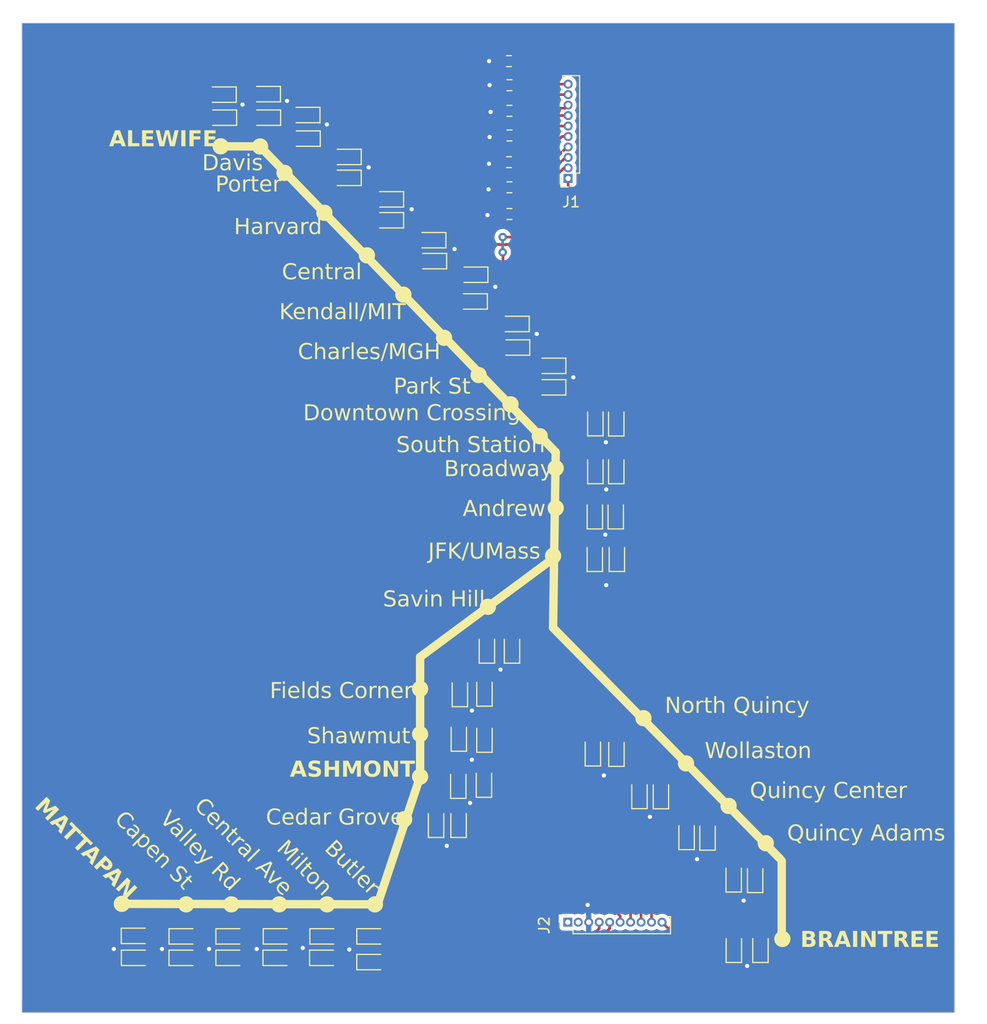
<source format=kicad_pcb>
(kicad_pcb (version 20221018) (generator pcbnew)
  (layers (0 "F.Cu" signal) (31 "B.Cu" signal) (34 "B.Paste" user) (35 "F.Paste" user) (36 "B.SilkS" user "B.Silkscreen") (37 "F.SilkS" user "F.Silkscreen") (38 "B.Mask" user) (39 "F.Mask" user) (44 "Edge.Cuts" user))
  (net 0 "")
  (net 1 "/1")
  (net 2 "/A")
  (net 3 "/2")
  (net 4 "/B")
  (net 5 "GND")
  (net 6 "/0")
  (net 7 "/3")
  (net 8 "/4")
  (net 9 "/5")
  (net 10 "/G")
  (net 11 "/F")
  (net 12 "/E")
  (net 13 "/D")
  (net 14 "/C")
  (net 15 "/6")
  (net 16 "/7")
  (net 17 "/8")
  (net 18 "/9")
  (footprint "LED_SMD:LED_0603_1608Metric" (layer "F.Cu") (at 214.398 129.736 90)
    (fp_text reference "D32" hide)
    (fp_text value "LED" hide)
  )
  (footprint "LED_SMD:LED_0603_1608Metric" (layer "F.Cu") (at 183.882 71.074 180)
    (fp_text reference "D37" hide)
    (fp_text value "LED" hide)
  )
  (footprint "LED_SMD:LED_0603_1608Metric" (layer "F.Cu") (at 203.632 99.06 90)
    (fp_text reference "D49" hide)
    (fp_text value "LED" hide)
  )
  (footprint "Resistor_SMD:R_0603_1608Metric" (layer "F.Cu") (at 195.482 58.174 180)
    (fp_text reference "R2" hide)
    (fp_text value "R_US" hide)
  )
  (footprint "LED_SMD:LED_0603_1608Metric" (layer "F.Cu") (at 203.682 90.174 90)
    (fp_text reference "D29" hide)
    (fp_text value "LED" hide)
  )
  (footprint "LED_SMD:LED_0603_1608Metric" (layer "F.Cu") (at 205.74 103.124 90)
    (fp_text reference "D60" hide)
    (fp_text value "LED" hide)
  )
  (footprint "LED_SMD:LED_0603_1608Metric" (layer "F.Cu") (at 207.898 125.7735 90)
    (fp_text reference "D21" hide)
    (fp_text value "LED" hide)
  )
  (footprint "LED_SMD:LED_0603_1608Metric" (layer "F.Cu") (at 191.932 76.274 180)
    (fp_text reference "D58" hide)
    (fp_text value "LED" hide)
  )
  (footprint "LED_SMD:LED_0603_1608Metric" (layer "F.Cu") (at 179.832 65.024 180)
    (fp_text reference "D28" hide)
    (fp_text value "LED" hide)
  )
  (footprint "LED_SMD:LED_0603_1608Metric" (layer "F.Cu") (at 177.8935 139.456)
    (fp_text reference "D26" hide)
    (fp_text value "LED" hide)
  )
  (footprint "LED_SMD:LED_0603_1608Metric" (layer "F.Cu") (at 195.721 111.8815 90)
    (fp_text reference "D14" hide)
    (fp_text value "LED" hide)
  )
  (footprint "LED_SMD:LED_0603_1608Metric" (layer "F.Cu") (at 164.4435 139.456)
    (fp_text reference "D56" hide)
    (fp_text value "LED" hide)
  )
  (footprint "LED_SMD:LED_0603_1608Metric" (layer "F.Cu") (at 167.932 61.274 180)
    (fp_text reference "D1" hide)
    (fp_text value "LED" hide)
  )
  (footprint "LED_SMD:LED_0603_1608Metric" (layer "F.Cu") (at 195.882 80.974 180)
    (fp_text reference "D10" hide)
    (fp_text value "LED" hide)
  )
  (footprint "LED_SMD:LED_0603_1608Metric" (layer "F.Cu") (at 203.682 94.742 90)
    (fp_text reference "D39" hide)
    (fp_text value "LED" hide)
  )
  (footprint "LED_SMD:LED_0603_1608Metric" (layer "F.Cu") (at 205.682 94.742 90)
    (fp_text reference "D40" hide)
    (fp_text value "LED" hide)
  )
  (footprint "LED_SMD:LED_0603_1608Metric" (layer "F.Cu") (at 199.382 84.974 180)
    (fp_text reference "D20" hide)
    (fp_text value "LED" hide)
  )
  (footprint "LED_SMD:LED_0603_1608Metric" (layer "F.Cu") (at 177.8685 141.506)
    (fp_text reference "D25" hide)
    (fp_text value "LED" hide)
  )
  (footprint "LED_SMD:LED_0603_1608Metric" (layer "F.Cu") (at 212.398 129.686 90)
    (fp_text reference "D31" hide)
    (fp_text value "LED" hide)
  )
  (footprint "Resistor_SMD:R_0603_1608Metric" (layer "F.Cu") (at 195.432 55.874 180)
    (fp_text reference "R1" hide)
    (fp_text value "R_US" hide)
  )
  (footprint "Resistor_SMD:R_0603_1608Metric" (layer "F.Cu") (at 195.482 70.474 180)
    (fp_text reference "R7" hide)
    (fp_text value "R_US" hide)
  )
  (footprint "LED_SMD:LED_0603_1608Metric" (layer "F.Cu") (at 205.632 99.06 90)
    (fp_text reference "D50" hide)
    (fp_text value "LED" hide)
  )
  (footprint "LED_SMD:LED_0603_1608Metric" (layer "F.Cu") (at 168.9185 139.456)
    (fp_text reference "D46" hide)
    (fp_text value "LED" hide)
  )
  (footprint "LED_SMD:LED_0603_1608Metric" (layer "F.Cu") (at 216.916 140.462 90)
    (fp_text reference "D51" hide)
    (fp_text value "LED" hide)
  )
  (footprint "Resistor_SMD:R_0603_1608Metric" (layer "F.Cu") (at 195.432 65.524 180)
    (fp_text reference "R5" hide)
    (fp_text value "R_US" hide)
  )
  (footprint "LED_SMD:LED_0603_1608Metric" (layer "F.Cu") (at 173.4185 141.506)
    (fp_text reference "D35" hide)
    (fp_text value "LED" hide)
  )
  (footprint "LED_SMD:LED_0603_1608Metric" (layer "F.Cu") (at 195.932 83.224 180)
    (fp_text reference "D9" hide)
    (fp_text value "LED" hide)
  )
  (footprint "LED_SMD:LED_0603_1608Metric" (layer "F.Cu") (at 190.74 116.0385 90)
    (fp_text reference "D23" hide)
    (fp_text value "LED" hide)
  )
  (footprint "LED_SMD:LED_0603_1608Metric" (layer "F.Cu") (at 219.456 140.462 90)
    (fp_text reference "D52" hide)
    (fp_text value "LED" hide)
  )
  (footprint "Resistor_SMD:R_0603_1608Metric" (layer "F.Cu") (at 195.482 62.974 180)
    (fp_text reference "R4" hide)
    (fp_text value "R_US" hide)
  )
  (footprint "LED_SMD:LED_0603_1608Metric" (layer "F.Cu") (at 188.468 128.524 90)
    (fp_text reference "D53" hide)
    (fp_text value "LED" hide)
  )
  (footprint "Connector_PinSocket_1.00mm:PinSocket_1x10_P1.00mm_Vertical" (layer "F.Cu") (at 201.082 67.074 180)
    (fp_text reference "J1")
    (fp_text value "Conn_01x10_Socket" hide)
  )
  (footprint "LED_SMD:LED_0603_1608Metric" (layer "F.Cu") (at 182.381 139.456)
    (fp_text reference "D16" hide)
    (fp_text value "LED" hide)
  )
  (footprint "LED_SMD:LED_0603_1608Metric" (layer "F.Cu") (at 199.382 87.024 180)
    (fp_text reference "D19" hide)
    (fp_text value "LED" hide)
  )
  (footprint "LED_SMD:LED_0603_1608Metric" (layer "F.Cu") (at 159.881 139.406)
    (fp_text reference "D66" hide)
    (fp_text value "LED" hide)
  )
  (footprint "Resistor_SMD:R_0603_1608Metric" (layer "F.Cu") (at 195.482 67.924 180)
    (fp_text reference "R6" hide)
    (fp_text value "R_US" hide)
  )
  (footprint "LED_SMD:LED_0603_1608Metric" (layer "F.Cu") (at 203.448 121.6985 90)
    (fp_text reference "D11" hide)
    (fp_text value "LED" hide)
  )
  (footprint "LED_SMD:LED_0603_1608Metric" (layer "F.Cu") (at 173.4435 139.456)
    (fp_text reference "D36" hide)
    (fp_text value "LED" hide)
  )
  (footprint "LED_SMD:LED_0603_1608Metric" (layer "F.Cu") (at 187.9945 74.974 180)
    (fp_text reference "D47" hide)
    (fp_text value "LED" hide)
  )
  (footprint "LED_SMD:LED_0603_1608Metric" (layer "F.Cu") (at 175.9195 63.274 180)
    (fp_text reference "D17" hide)
    (fp_text value "LED" hide)
  )
  (footprint "LED_SMD:LED_0603_1608Metric" (layer "F.Cu") (at 191.882 78.824 180)
    (fp_text reference "D57" hide)
    (fp_text value "LED" hide)
  )
  (footprint "LED_SMD:LED_0603_1608Metric" (layer "F.Cu") (at 216.898 133.736 90)
    (fp_text reference "D41" hide)
    (fp_text value "LED" hide)
  )
  (footprint "LED_SMD:LED_0603_1608Metric" (layer "F.Cu") (at 164.4435 141.506)
    (fp_text reference "D55" hide)
    (fp_text value "LED" hide)
  )
  (footprint "LED_SMD:LED_0603_1608Metric" (layer "F.Cu") (at 203.632 103.124 90)
    (fp_text reference "D59" hide)
    (fp_text value "LED" hide)
  )
  (footprint "LED_SMD:LED_0603_1608Metric" (layer "F.Cu") (at 193.321 111.8815 90)
    (fp_text reference "D13" hide)
    (fp_text value "LED" hide)
  )
  (footprint "Connector_PinSocket_1.00mm:PinSocket_1x10_P1.00mm_Vertical" (layer "F.Cu") (at 201.05 138.1 90)
    (fp_text reference "J2")
    (fp_text value "Conn_01x10_Socket" hide)
  )
  (footprint "Resistor_SMD:R_0603_1608Metric" (layer "F.Cu") (at 195.482 60.624 180)
    (fp_text reference "R3" hide)
    (fp_text value "R_US" hide)
  )
  (footprint "LED_SMD:LED_0603_1608Metric" (layer "F.Cu") (at 183.882 69.074 180)
    (fp_text reference "D38" hide)
    (fp_text value "LED" hide)
  )
  (footprint "LED_SMD:LED_0603_1608Metric" (layer "F.Cu") (at 175.8945 61.024 180)
    (fp_text reference "D18" hide)
    (fp_text value "LED" hide)
  )
  (footprint "LED_SMD:LED_0603_1608Metric" (layer "F.Cu") (at 193.09 120.3885 90)
    (fp_text reference "D34" hide)
    (fp_text value "LED" hide)
  )
  (footprint "LED_SMD:LED_0603_1608Metric" (layer "F.Cu") (at 190.617 128.524 90)
    (fp_text reference "D54" hide)
    (fp_text value "LED" hide)
  )
  (footprint "LED_SMD:LED_0603_1608Metric" (layer "F.Cu") (at 167.8945 59.074 180)
    (fp_text reference "D2" hide)
    (fp_text value "LED" hide)
  )
  (footprint "LED_SMD:LED_0603_1608Metric" (layer "F.Cu") (at 205.682 90.1865 90)
    (fp_text reference "D30" hide)
    (fp_text value "LED" hide)
  )
  (footprint "LED_SMD:LED_0603_1608Metric" (layer "F.Cu") (at 179.832 67.024 180)
    (fp_text reference "D27" hide)
    (fp_text value "LED" hide)
  )
  (footprint "LED_SMD:LED_0603_1608Metric" (layer "F.Cu") (at 159.8935 141.506)
    (fp_text reference "D65" hide)
    (fp_text value "LED" hide)
  )
  (footprint "LED_SMD:LED_0603_1608Metric" (layer "F.Cu") (at 182.381 141.906)
    (fp_text reference "D15" hide)
    (fp_text value "LED" hide)
  )
  (footprint "LED_SMD:LED_0603_1608Metric" (layer "F.Cu") (at 190.59 124.7885 90)
    (fp_text reference "D43" hide)
    (fp_text value "LED" hide)
  )
  (footprint "LED_SMD:LED_0603_1608Metric" (layer "F.Cu") (at 172.132 61.274 180)
    (fp_text reference "D7" hide)
    (fp_text value "LED" hide)
  )
  (footprint "LED_SMD:LED_0603_1608Metric" (layer "F.Cu") (at 218.948 133.786 90)
    (fp_text reference "D42" hide)
    (fp_text value "LED" hide)
  )
  (footprint "LED_SMD:LED_0603_1608Metric" (layer "F.Cu") (at 209.948 125.786 90)
    (fp_text reference "D22" hide)
    (fp_text value "LED" hide)
  )
  (footprint "LED_SMD:LED_0603_1608Metric" (layer "F.Cu") (at 172.1195 59.024 180)
    (fp_text reference "D8" hide)
    (fp_text value "LED" hide)
  )
  (footprint "LED_SMD:LED_0603_1608Metric" (layer "F.Cu") (at 205.698 121.736 90)
    (fp_text reference "D12" hide)
    (fp_text value "LED" hide)
  )
  (footprint "LED_SMD:LED_0603_1608Metric" (layer "F.Cu") (at 193.04 124.6885 90)
    (fp_text reference "D44" hide)
    (fp_text value "LED" hide)
  )
  (footprint "LED_SMD:LED_0603_1608Metric" (layer "F.Cu") (at 193.09 115.9885 90)
    (fp_text reference "D24" hide)
    (fp_text value "LED" hide)
  )
  (footprint "LED_SMD:LED_0603_1608Metric" (layer "F.Cu") (at 168.9185 141.506)
    (fp_text reference "D45" hide)
    (fp_text value "LED" hide)
  )
  (footprint "LED_SMD:LED_0603_1608Metric" (layer "F.Cu") (at 187.9195 72.974 180)
    (fp_text reference "D48" hide)
    (fp_text value "LED" hide)
  )
  (footprint "LED_SMD:LED_0603_1608Metric" (layer "F.Cu") (at 190.64 120.2885 90)
    (fp_text reference "D33" hide)
    (fp_text value "LED" hide)
  )
  (gr_circle (center 171.657 64.024) (end 172.357 64.024) (stroke (width 0.15)) (fill solid) (layer "F.SilkS"))
  (gr_circle (center 186.944 120.142) (end 187.644 120.142) (stroke (width 0.15)) (fill solid) (layer "F.SilkS"))
  (gr_circle (center 198.374 91.694) (end 199.074 91.694) (stroke (width 0.15)) (fill solid) (layer "F.SilkS"))
  (gr_circle (center 212.344 122.936) (end 213.044 122.936) (stroke (width 0.15)) (fill solid) (layer "F.SilkS"))
  (gr_circle (center 181.864 74.422) (end 182.564 74.422) (stroke (width 0.15)) (fill solid) (layer "F.SilkS"))
  (gr_line (start 158.45 136.348) (end 182.88 136.398) (stroke (width 0.8)) (layer "F.SilkS"))
  (gr_circle (center 186.944 115.824) (end 187.644 115.824) (stroke (width 0.15)) (fill solid) (layer "F.SilkS"))
  (gr_circle (center 199.898 98.552) (end 200.598 98.552) (stroke (width 0.15)) (fill solid) (layer "F.SilkS"))
  (gr_circle (center 178.054 136.398) (end 178.754 136.398) (stroke (width 0.15)) (fill solid) (layer "F.SilkS"))
  (gr_circle (center 189.23 82.296) (end 189.93 82.296) (stroke (width 0.15)) (fill solid) (layer "F.SilkS"))
  (gr_circle (center 192.532 85.852) (end 193.232 85.852) (stroke (width 0.15)) (fill solid) (layer "F.SilkS"))
  (gr_circle (center 167.894 64.008) (end 168.464088 64.008) (stroke (width 0.15)) (fill solid) (layer "F.SilkS"))
  (gr_line (start 199.898 103.186088) (end 186.944 112.776) (stroke (width 0.8)) (layer "F.SilkS"))
  (gr_line (start 186.944 112.776) (end 186.944 124.206) (stroke (width 0.8)) (layer "F.SilkS"))
  (gr_circle (center 186.944 124.206) (end 187.644 124.206) (stroke (width 0.15)) (fill solid) (layer "F.SilkS"))
  (gr_line (start 171.657 64.024) (end 199.898 93.218) (stroke (width 0.8)) (layer "F.SilkS"))
  (gr_line (start 221.304 132.021) (end 199.644 109.982) (stroke (width 0.8)) (layer "F.SilkS"))
  (gr_line (start 186.944 124.206) (end 182.88 136.398) (stroke (width 0.8)) (layer "F.SilkS"))
  (gr_circle (center 192.532 85.852) (end 193.102088 85.852) (stroke (width 0.15)) (fill solid) (layer "F.SilkS"))
  (gr_circle (center 195.58 88.646) (end 196.150088 88.646) (stroke (width 0.15)) (fill solid) (layer "F.SilkS"))
  (gr_circle (center 193.421 107.981044) (end 194.121 107.981044) (stroke (width 0.15)) (fill solid) (layer "F.SilkS"))
  (gr_circle (center 208.28 118.618) (end 208.98 118.618) (stroke (width 0.15)) (fill solid) (layer "F.SilkS"))
  (gr_line (start 199.644 109.982) (end 199.898 93.218) (stroke (width 0.8)) (layer "F.SilkS"))
  (gr_circle (center 216.53 126.918) (end 217.100088 126.918) (stroke (width 0.15)) (fill solid) (layer "F.SilkS"))
  (gr_circle (center 189.23 82.296) (end 189.800088 82.296) (stroke (width 0.15)) (fill solid) (layer "F.SilkS"))
  (gr_circle (center 173.99 66.548) (end 174.560088 66.548) (stroke (width 0.15)) (fill solid) (layer "F.SilkS"))
  (gr_circle (center 171.657 64.024) (end 172.227088 64.024) (stroke (width 0.15)) (fill solid) (layer "F.SilkS"))
  (gr_circle (center 181.864 74.422) (end 182.434088 74.422) (stroke (width 0.15)) (fill solid) (layer "F.SilkS"))
  (gr_circle (center 185.3445 78.174) (end 186.0445 78.174) (stroke (width 0.15)) (fill solid) (layer "F.SilkS"))
  (gr_circle (center 185.42 128.27) (end 186.12 128.27) (stroke (width 0.15)) (fill solid) (layer "F.SilkS"))
  (gr_circle (center 185.3445 78.174) (end 185.914588 78.174) (stroke (width 0.15)) (fill solid) (layer "F.SilkS"))
  (gr_circle (center 199.644 103.124) (end 200.344 103.124) (stroke (width 0.15)) (fill solid) (layer "F.SilkS"))
  (gr_circle (center 167.894 64.008) (end 168.594 64.008) (stroke (width 0.15)) (fill solid) (layer "F.SilkS"))
  (gr_circle (center 168.91 136.398) (end 169.61 136.398) (stroke (width 0.15)) (fill solid) (layer "F.SilkS"))
  (gr_circle (center 173.99 66.548) (end 174.69 66.548) (stroke (width 0.15)) (fill solid) (layer "F.SilkS"))
  (gr_line (start 167.894 64.008) (end 171.657 64.024) (stroke (width 0.8)) (layer "F.SilkS"))
  (gr_line (start 221.488 132.237) (end 221.488 139.7) (stroke (width 0.8)) (layer "F.SilkS"))
  (gr_circle (center 173.482 136.398) (end 174.182 136.398) (stroke (width 0.15)) (fill solid) (layer "F.SilkS"))
  (gr_circle (center 219.964 130.556) (end 220.664 130.556) (stroke (width 0.15)) (fill solid) (layer "F.SilkS"))
  (gr_circle (center 177.8 70.358) (end 178.5 70.358) (stroke (width 0.15)) (fill solid) (layer "F.SilkS"))
  (gr_circle (center 195.58 88.646) (end 196.28 88.646) (stroke (width 0.15)) (fill solid) (layer "F.SilkS"))
  (gr_circle (center 164.592 136.398) (end 165.292 136.398) (stroke (width 0.15)) (fill solid) (layer "F.SilkS"))
  (gr_circle (center 177.8 70.358) (end 178.370088 70.358) (stroke (width 0.15)) (fill solid) (layer "F.SilkS"))
  (gr_circle (center 182.626 136.398) (end 183.326 136.398) (stroke (width 0.15)) (fill solid) (layer "F.SilkS"))
  (gr_circle (center 158.45 136.348) (end 159.15 136.348) (stroke (width 0.15)) (fill solid) (layer "F.SilkS"))
  (gr_circle (center 199.898 94.742) (end 200.598 94.742) (stroke (width 0.15)) (fill solid) (layer "F.SilkS"))
  (gr_circle (center 221.55 139.7) (end 222.25 139.7) (stroke (width 0.15)) (fill solid) (layer "F.SilkS"))
  (gr_circle (center 216.408 127) (end 217.108 127) (stroke (width 0.15)) (fill solid) (layer "F.SilkS"))
  (gr_rect (start 148.900034 52.243519) (end 238 146.732) (stroke (width 0.05)) (fill none) (layer "Edge.Cuts"))
  (gr_text "Butler" (at 177.546 131.318 315) (layer "F.SilkS") (effects (font (size 1.5 1.5) (thickness 0.1875)) (justify left bottom)))
  (gr_text "Savin Hill" (at 183.388 108.204) (layer "F.SilkS") (effects (font (size 1.5 1.5) (thickness 0.1875)) (justify left bottom)))
  (gr_text "Andrew" (at 191.008 99.568) (layer "F.SilkS") (effects (font (size 1.5 1.5) (thickness 0.1875)) (justify left bottom)))
  (gr_text "Harvard\n" (at 169.164 72.644) (layer "F.SilkS") (effects (font (size 1.5 1.5) (thickness 0.1875)) (justify left bottom)))
  (gr_text "Park St" (at 184.404 87.884) (layer "F.SilkS") (effects (font (size 1.5 1.5) (thickness 0.1875)) (justify left bottom)))
  (gr_text "Davis\n" (at 166.116 66.548) (layer "F.SilkS") (effects (font (size 1.5 1.5) (thickness 0.1875)) (justify left bottom)))
  (gr_text "Quincy Center" (at 218.44 126.492) (layer "F.SilkS") (effects (font (size 1.5 1.5) (thickness 0.1875)) (justify left bottom)))
  (gr_text "Kendall/MIT" (at 173.482 80.772) (layer "F.SilkS") (effects (font (size 1.5 1.5) (thickness 0.1875)) (justify left bottom)))
  (gr_text "ALEWIFE" (at 157.226 64.262) (layer "F.SilkS") (effects (font (size 1.5 1.5) (thickness 0.3) bold) (justify left bottom)))
  (gr_text "Shawmut" (at 176.139 121.2695) (layer "F.SilkS") (effects (font (size 1.5 1.5) (thickness 0.1875)) (justify left bottom)))
  (gr_text "Downtown Crossing" (at 175.768 90.424) (layer "F.SilkS") (effects (font (size 1.5 1.5) (thickness 0.1875)) (justify left bottom)))
  (gr_text "Charles/MGH" (at 175.26 84.582) (layer "F.SilkS") (effects (font (size 1.5 1.5) (thickness 0.1875)) (justify left bottom)))
  (gr_text "Porter" (at 167.386 68.58) (layer "F.SilkS") (effects (font (size 1.5 1.5) (thickness 0.1875)) (justify left bottom)))
  (gr_text "ASHMONT" (at 174.498 124.46) (layer "F.SilkS") (effects (font (size 1.5 1.5) (thickness 0.3) bold) (justify left bottom)))
  (gr_text "Broadway" (at 189.23 95.758) (layer "F.SilkS") (effects (font (size 1.5 1.5) (thickness 0.1875)) (justify left bottom)))
  (gr_text "South Station" (at 184.658 93.472) (layer "F.SilkS") (effects (font (size 1.5 1.5) (thickness 0.1875)) (justify left bottom)))
  (gr_text "Fields Corner" (at 172.583 116.9515) (layer "F.SilkS") (effects (font (size 1.5 1.5) (thickness 0.1875)) (justify left bottom)))
  (gr_text "Quincy Adams" (at 221.996 130.556) (layer "F.SilkS") (effects (font (size 1.5 1.5) (thickness 0.1875)) (justify left bottom)))
  (gr_text "Cedar Grove" (at 172.212 129.032) (layer "F.SilkS") (effects (font (size 1.5 1.5) (thickness 0.1875)) (justify left bottom)))
  (gr_text "Milton" (at 172.974 131.318 315) (layer "F.SilkS") (effects (font (size 1.5 1.5) (thickness 0.1875)) (justify left bottom)))
  (gr_text "Capen St" (at 157.48 128.524 315) (layer "F.SilkS") (effects (font (size 1.5 1.5) (thickness 0.1875)) (justify left bottom)))
  (gr_text "Central Ave" (at 165.1 127.254 315) (layer "F.SilkS") (effects (font (size 1.5 1.5) (thickness 0.1875)) (justify left bottom)))
  (gr_text "North Quincy" (at 210.312 118.364) (layer "F.SilkS") (effects (font (size 1.5 1.5) (thickness 0.1875)) (justify left bottom)))
  (gr_text "BRAINTREE" (at 223.266 140.716) (layer "F.SilkS") (effects (font (size 1.5 1.5) (thickness 0.3) bold) (justify left bottom)))
  (gr_text "Wollaston" (at 214.122 122.682) (layer "F.SilkS") (effects (font (size 1.5 1.5) (thickness 0.1875)) (justify left bottom)))
  (gr_text "Central" (at 173.736 76.962) (layer "F.SilkS") (effects (font (size 1.5 1.5) (thickness 0.1875)) (justify left bottom)))
  (gr_text "Valley Rd" (at 161.798 128.524 315) (layer "F.SilkS") (effects (font (size 1.5 1.5) (thickness 0.1875)) (justify left bottom)))
  (gr_text "MATTAPAN" (at 149.86 127.254 315) (layer "F.SilkS") (effects (font (size 1.5 1.5) (thickness 0.3) bold) (justify left bottom)))
  (gr_text "JFK/UMass" (at 187.706 103.632) (layer "F.SilkS") (effects (font (size 1.5 1.5) (thickness 0.1875)) (justify left bottom)))
  (segment (start 188.921067 71.484933) (end 185.196067 67.759933) (width 0.254) (layer "F.Cu") (net 1))
  (segment (start 194.530866 73.401) (end 195.133134 73.401) (width 0.254) (layer "F.Cu") (net 1))
  (segment (start 175.107 61.024) (end 175.107 59.999) (width 0.254) (layer "F.Cu") (net 1))
  (segment (start 171.332 58.174) (end 172.282 57.224) (width 0.254) (layer "F.Cu") (net 1))
  (segment (start 191.082 75.174) (end 191.082 75.024) (width 0.254) (layer "F.Cu") (net 1))
  (segment (start 191.082 75.174) (end 191.082 74.024) (width 0.254) (layer "F.Cu") (net 1))
  (segment (start 191.082 76.2115) (end 191.082 75.174) (width 0.254) (layer "F.Cu") (net 1))
  (segment (start 194.503866 73.374) (end 194.530866 73.401) (width 0.254) (layer "F.Cu") (net 1))
  (segment (start 181.132 63.724) (end 181.146067 63.709933) (width 0.254) (layer "F.Cu") (net 1))
  (segment (start 196.982 73.374) (end 199.632 70.724) (width 0.254) (layer "F.Cu") (net 1))
  (segment (start 191.1445 76.274) (end 191.082 76.2115) (width 0.254) (layer "F.Cu") (net 1))
  (segment (start 175.546067 59.559933) (end 176.996067 59.559933) (width 0.254) (layer "F.Cu") (net 1))
  (segment (start 187.132 72.074) (end 187.582 71.624) (width 0.254) (layer "F.Cu") (net 1))
  (segment (start 188.782 71.624) (end 188.921067 71.484933) (width 0.254) (layer "F.Cu") (net 1))
  (segment (start 195.160134 73.374) (end 196.982 73.374) (width 0.254) (layer "F.Cu") (net 1))
  (segment (start 187.132 72.974) (end 187.132 72.074) (width 0.254) (layer "F.Cu") (net 1))
  (segment (start 183.0945 68.3115) (end 183.646067 67.759933) (width 0.254) (layer "F.Cu") (net 1))
  (segment (start 199.632 70.724) (end 199.632 67.124) (width 0.254) (layer "F.Cu") (net 1))
  (segment (start 191.082 74.024) (end 191.082 73.645866) (width 0.254) (layer "F.Cu") (net 1))
  (segment (start 183.646067 67.759933) (end 185.196067 67.759933) (width 0.254) (layer "F.Cu") (net 1))
  (segment (start 200.682 66.074) (end 201.082 66.074) (width 0.254) (layer "F.Cu") (net 1))
  (segment (start 185.196067 67.759933) (end 181.146067 63.709933) (width 0.254) (layer "F.Cu") (net 1))
  (segment (start 192.732 73.374) (end 194.503866 73.374) (width 0.254) (layer "F.Cu") (net 1))
  (segment (start 187.582 71.624) (end 188.782 71.624) (width 0.254) (layer "F.Cu") (net 1))
  (segment (start 181.146067 63.709933) (end 176.996067 59.559933) (width 0.254) (layer "F.Cu") (net 1))
  (segment (start 191.082 73.645866) (end 188.921067 71.484933) (width 0.254) (layer "F.Cu") (net 1))
  (segment (start 176.996067 59.559933) (end 174.660134 57.224) (width 0.254) (layer "F.Cu") (net 1))
  (segment (start 168.382 57.224) (end 167.107 58.499) (width 0.254) (layer "F.Cu") (net 1))
  (segment (start 183.0945 69.074) (end 183.0945 68.3115) (width 0.254) (layer "F.Cu") (net 1))
  (segment (start 175.107 59.999) (end 175.546067 59.559933) (width 0.254) (layer "F.Cu") (net 1))
  (segment (start 195.133134 73.401) (end 195.160134 73.374) (width 0.254) (layer "F.Cu") (net 1))
  (segment (start 179.432 63.724) (end 181.132 63.724) (width 0.254) (layer "F.Cu") (net 1))
  (segment (start 179.0445 65.024) (end 179.0445 64.1115) (width 0.254) (layer "F.Cu") (net 1))
  (segment (start 174.660134 57.224) (end 172.282 57.224) (width 0.254) (layer "F.Cu") (net 1))
  (segment (start 179.0445 64.1115) (end 179.432 63.724) (width 0.254) (layer "F.Cu") (net 1))
  (segment (start 199.632 67.124) (end 200.682 66.074) (width 0.254) (layer "F.Cu") (net 1))
  (segment (start 172.282 57.224) (end 168.382 57.224) (width 0.254) (layer "F.Cu") (net 1))
  (segment (start 167.107 58.499) (end 167.107 59.074) (width 0.254) (layer "F.Cu") (net 1))
  (segment (start 191.082 75.024) (end 192.732 73.374) (width 0.254) (layer "F.Cu") (net 1))
  (segment (start 171.332 59.024) (end 171.332 58.174) (width 0.254) (layer "F.Cu") (net 1))
  (segment (start 197.632 55.874) (end 199.832 58.074) (width 0.254) (layer "F.Cu") (net 2))
  (segment (start 199.832 58.074) (end 201.082 58.074) (width 0.254) (layer "F.Cu") (net 2))
  (segment (start 196.257 55.874) (end 197.632 55.874) (width 0.254) (layer "F.Cu") (net 2))
  (segment (start 194.832 83.224) (end 195.1445 83.224) (width 0.254) (layer "F.Cu") (net 3))
  (segment (start 203.632 98.2725) (end 203.632 98.124) (width 0.254) (layer "F.Cu") (net 3))
  (segment (start 195.107 83.2615) (end 195.1445 83.224) (width 0.254) (layer "F.Cu") (net 3))
  (segment (start 203.682 93.9545) (end 202.9125 93.9545) (width 0.254) (layer "F.Cu") (net 3))
  (segment (start 199.232 90.274) (end 199.132 90.174) (width 0.254) (layer "F.Cu") (net 3))
  (segment (start 195.107 86.149) (end 195.107 83.2615) (width 0.254) (layer "F.Cu") (net 3))
  (segment (start 200.882 95.374) (end 200.882 91.924) (width 0.254) (layer "F.Cu") (net 3))
  (segment (start 196.082 87.124) (end 195.107 86.149) (width 0.254) (layer "F.Cu") (net 3))
  (segment (start 201.282 90.274) (end 199.232 90.274) (width 0.254) (layer "F.Cu") (net 3))
  (segment (start 193.882 80.374) (end 193.882 82.274) (width 0.254) (layer "F.Cu") (net 3))
  (segment (start 202.1695 89.3865) (end 201.282 90.274) (width 0.254) (layer "F.Cu") (net 3))
  (segment (start 202.9125 93.9545) (end 200.882 91.924) (width 0.254) (layer "F.Cu") (net 3))
  (segment (start 200.882 91.924) (end 199.132 90.174) (width 0.254) (layer "F.Cu") (net 3))
  (segment (start 203.632 98.124) (end 200.882 95.374) (width 0.254) (layer "F.Cu") (net 3))
  (segment (start 203.632 102.3365) (end 203.4285 102.3365) (width 0.254) (layer "F.Cu") (net 3))
  (segment (start 196.182 87.024) (end 196.082 87.124) (width 0.254) (layer "F.Cu") (net 3))
  (segment (start 200.882 99.79) (end 200.882 95.374) (width 0.254) (layer "F.Cu") (net 3))
  (segment (start 201.082 67.074) (end 201.082 73.174) (width 0.254) (layer "F.Cu") (net 3))
  (segment (start 203.682 89.3865) (end 202.1695 89.3865) (width 0.254) (layer "F.Cu") (net 3))
  (segment (start 203.4285 102.3365) (end 200.882 99.79) (width 0.254) (layer "F.Cu") (net 3))
  (segment (start 193.882 82.274) (end 194.832 83.224) (width 0.254) (layer "F.Cu") (net 3))
  (segment (start 199.132 90.174) (end 196.082 87.124) (width 0.254) (layer "F.Cu") (net 3))
  (segment (start 201.082 73.174) (end 193.882 80.374) (width 0.254) (layer "F.Cu") (net 3))
  (segment (start 198.5945 87.024) (end 196.182 87.024) (width 0.254) (layer "F.Cu") (net 3))
  (segment (start 196.307 58.174) (end 198.232 58.174) (width 0.254) (layer "F.Cu") (net 4))
  (segment (start 198.232 58.174) (end 199.132 59.074) (width 0.254) (layer "F.Cu") (net 4))
  (segment (start 199.132 59.074) (end 201.082 59.074) (width 0.254) (layer "F.Cu") (net 4))
  (segment (start 174.232 60.024) (end 172.982 61.274) (width 0.2032) (layer "F.Cu") (net 5))
  (segment (start 166.781 141.106) (end 167.181 141.506) (width 0.2032) (layer "F.Cu") (net 5))
  (segment (start 190.865 126.7135) (end 190.59 126.4385) (width 0.2032) (layer "F.Cu") (net 5))
  (segment (start 169.032 61.274) (end 169.982 60.324) (width 0.2032) (layer "F.Cu") (net 5))
  (segment (start 193.582 58.174) (end 194.657 58.174) (width 0.2032) (layer "F.Cu") (net 5))
  (segment (start 218.186 142.277) (end 217.1585 141.2495) (width 0.2032) (layer "F.Cu") (net 5))
  (segment (start 169.332 59.074) (end 169.982 59.724) (width 0.2032) (layer "F.Cu") (net 5))
  (segment (start 203.682 95.674) (end 203.682 95.5295) (width 0.2032) (layer "F.Cu") (net 5))
  (segment (start 198.082 82.374) (end 197.232 83.224) (width 0.2032) (layer "F.Cu") (net 5))
  (segment (start 193.09 121.9885) (end 193.09 121.176) (width 0.2032) (layer "F.Cu") (net 5))
  (segment (start 205.632 100.438) (end 205.632 99.8475) (width 0.2032) (layer "F.Cu") (net 5))
  (segment (start 162.281 140.656) (end 162.281 140.331) (width 0.2032) (layer "F.Cu") (net 5))
  (segment (start 184.6695 71.074) (end 185.532 71.074) (width 0.2032) (layer "F.Cu") (net 5))
  (segment (start 217.848 136.036) (end 218.548 136.036) (width 0.2032) (layer "F.Cu") (net 5))
  (segment (start 217.1585 141.2495) (end 216.916 141.2495) (width 0.2032) (layer "F.Cu") (net 5))
  (segment (start 204.898 124.086) (end 205.698 123.286) (width 0.2032) (layer "F.Cu") (net 5))
  (segment (start 198.082 81.924) (end 198.082 81.674) (width 0.2032) (layer "F.Cu") (net 5))
  (segment (start 194.071 113.9815) (end 193.321 113.2315) (width 0.2032) (layer "F.Cu") (net 5))
  (segment (start 193.482 70.474) (end 194.657 70.474) (width 0.2032) (layer "F.Cu") (net 5))
  (segment (start 218.548 136.036) (end 218.948 135.636) (width 0.2032) (layer "F.Cu") (net 5))
  (segment (start 201.582 85.574) (end 200.982 84.974) (width 0.2032) (layer "F.Cu") (net 5))
  (segment (start 205.74 104.902) (end 205.74 103.9115) (width 0.2032) (layer "F.Cu") (net 5))
  (segment (start 162.281 140.856) (end 162.931 141.506) (width 0.2032) (layer "F.Cu") (net 5))
  (segment (start 195.721 113.22525) (end 195.721 112.669) (width 0.2032) (layer "F.Cu") (net 5))
  (segment (start 171.831 141.506) (end 172.631 141.506) (width 0.2032) (layer "F.Cu") (net 5))
  (segment (start 167.181 141.506) (end 168.131 141.506) (width 0.2032) (layer "F.Cu") (net 5))
  (segment (start 181.282 65.024) (end 180.6195 65.024) (width 0.2032) (layer "F.Cu") (net 5))
  (segment (start 181.482 67.024) (end 182.032 66.474) (width 0.2032) (layer "F.Cu") (net 5))
  (segment (start 177.382 63.274) (end 178.032 62.624) (width 0.2032) (layer "F.Cu") (net 5))
  (segment (start 189.484 130.81) (end 190.617 129.677) (width 0.2032) (layer "F.Cu") (net 5))
  (segment (start 194.621 113.9815) (end 194.96475 113.9815) (width 0.2032) (layer "F.Cu") (net 5))
  (segment (start 214.398 131.386) (end 214.398 130.5235) (width 0.2032) (layer "F.Cu") (net 5))
  (segment (start 216.898 135.586) (end 216.898 134.5235) (width 0.2032) (layer "F.Cu") (net 5))
  (segment (start 171.331 140.656) (end 171.331 140.331) (width 0.2032) (layer "F.Cu") (net 5))
  (segment (start 197.382 80.974) (end 196.6695 80.974) (width 0.2032) (layer "F.Cu") (net 5))
  (segment (start 182.032 66.024) (end 182.032 65.774) (width 0.2032) (layer "F.Cu") (net 5))
  (segment (start 205.698 123.286) (end 205.698 122.5235) (width 0.2032) (layer "F.Cu") (net 5))
  (segment (start 204.724 96.774) (end 204.47 96.52) (width 0.2032) (layer "F.Cu") (net 5))
  (segment (start 191.89 122.5885) (end 192.49 122.5885) (width 0.2032) (layer "F.Cu") (net 5))
  (segment (start 203.05 138.1) (end 203.05 136.55) (width 0.2032) (layer "F.Cu") (net 5))
  (segment (start 204.632 101.092) (end 204.216 101.092) (width 0.2032) (layer "F.Cu") (net 5))
  (segment (start 175.731 140.556) (end 175.731 140.956) (width 0.2032) (layer "F.Cu") (net 5))
  (segment (start 193.582 63.124) (end 193.732 62.974) (width 0.2032) (layer "F.Cu") (net 5))
  (segment (start 166.781 140.506) (end 167.831 139.456) (width 0.2032) (layer "F.Cu") (net 5))
  (segment (start 193.532 65.674) (end 193.682 65.524) (width 0.2032) (layer "F.Cu") (net 5))
  (segment (start 194.96475 113.9815) (end 195.721 113.22525) (width 0.2032) (layer "F.Cu") (net 5))
  (segment (start 175.731 140.206) (end 176.481 139.456) (width 0.2032) (layer "F.Cu") (net 5))
  (segment (start 213.398 132.086) (end 213.698 132.086) (width 0.2032) (layer "F.Cu") (net 5))
  (segment (start 190.59 126.4385) (end 190.59 125.576) (width 0.2032) (layer "F.Cu") (net 5))
  (segment (start 200.982 84.974) (end 200.1695 84.974) (width 0.2032) (layer "F.Cu") (net 5))
  (segment (start 157.681 140.656) (end 157.681 140.906) (width 0.2032) (layer "F.Cu") (net 5))
  (segment (start 175.731 140.556) (end 175.731 140.206) (width 0.2032) (layer "F.Cu") (net 5))
  (segment (start 213.698 132.086) (end 214.398 131.386) (width 0.2032) (layer "F.Cu") (net 5))
  (segment (start 194.132 77.424) (end 194.132 76.824) (width 0.2032) (layer "F.Cu") (net 5))
  (segment (start 219.2135 141.2495) (end 219.456 141.2495) (width 0.2032) (layer "F.Cu") (net 5))
  (segment (start 191.715 126.7135) (end 192.365 126.7135) (width 0.2032) (layer "F.Cu") (net 5))
  (segment (start 218.948 135.636) (end 218.948 134.5735) (width 0.2032) (layer "F.Cu") (net 5))
  (segment (start 193.0025 116.776) (end 193.09 116.776) (width 0.2032) (layer "F.Cu") (net 5))
  (segment (start 157.681 140.656) (end 157.681 140.356) (width 0.2032) (layer "F.Cu") (net 5))
  (segment (start 193.682 65.524) (end 194.607 65.524) (width 0.2032) (layer "F.Cu") (net 5))
  (segment (start 178.032 62.624) (end 178.032 61.924) (width 0.2032) (layer "F.Cu") (net 5))
  (segment (start 203.682 91.774) (end 203.682 90.9615) (width 0.2032) (layer "F.Cu") (net 5))
  (segment (start 191.89 117.8885) (end 193.0025 116.776) (width 0.2032) (layer "F.Cu") (net 5))
  (segment (start 205.682 91.574) (end 205.682 90.974) (width 0.2032) (layer "F.Cu") (net 5))
  (segment (start 169.982 59.724) (end 169.982 60.024) (width 0.2032) (layer "F.Cu") (net 5))
  (segment (start 190.232 73.824) (end 190.032 73.824) (width 0.2032) (layer "F.Cu") (net 5))
  (segment (start 186.132 69.774) (end 185.432 69.074) (width 0.2032) (layer "F.Cu") (net 5))
  (segment (start 204.978 101.092) (end 205.632 100.438) (width 0.2032) (layer "F.Cu") (net 5))
  (segment (start 158.631 139.406) (end 159.0935 139.406) (width 0.2032) (layer "F.Cu") (net 5))
  (segment (start 201.582 86.074) (end 201.582 85.574) (width 0.2032) (layer "F.Cu") (net 5))
  (segment (start 198.082 81.674) (end 197.382 80.974) (width 0.2032) (layer "F.Cu") (net 5))
  (segment (start 167.831 139.456) (end 168.131 139.456) (width 0.2032) (layer "F.Cu") (net 5))
  (segment (start 175.731 140.956) (end 176.281 141.506) (width 0.2032) (layer "F.Cu") (net 5))
  (segment (start 185.432 69.074) (end 184.6695 69.074) (width 0.2032) (layer "F.Cu") (net 5))
  (segment (start 169.982 60.324) (end 169.982 60.024) (width 0.2032) (layer "F.Cu") (net 5))
  (segment (start 204.682 92.274) (end 204.982 92.274) (width 0.2032) (layer "F.Cu") (net 5))
  (segment (start 157.681 140.356) (end 158.631 139.406) (width 0.2032) (layer "F.Cu") (net 5))
  (segment (start 217.348 136.036) (end 216.898 135.586) (width 0.2032) (layer "F.Cu") (net 5))
  (segment (start 176.281 141.506) (end 177.081 141.506) (width 0.2032) (layer "F.Cu") (net 5))
  (segment (start 157.681 140.906) (end 158.281 141.506) (width 0.2032) (layer "F.Cu") (net 5))
  (segment (start 168.7195 61.274) (end 169.032 61.274) (width 0.2032) (layer "F.Cu") (net 5))
  (segment (start 178.032 61.924) (end 178.032 61.624) (width 0.2032) (layer "F.Cu") (net 5))
  (segment (start 203.632 100.508) (end 203.632 99.8475) (width 0.2032) (layer "F.Cu") (net 5))
  (segment (start 212.398 131.386) (end 212.398 130.4735) (width 0.2032) (layer "F.Cu") (net 5))
  (segment (start 180.181 141.206) (end 180.881 141.906) (width 0.2032) (layer "F.Cu") (net 5))
  (segment (start 189.484 130.81) (end 188.468 129.794) (width 0.2032) (layer "F.Cu") (net 5))
  (segment (start 217.848 136.036) (end 217.348 136.036) (width 0.2032) (layer "F.Cu") (net 5))
  (segment (start 193.682 67.924) (end 194.657 67.924) (width 0.2032) (layer "F.Cu") (net 5))
  (segment (start 182.032 65.774) (end 181.282 65.024) (width 0.2032) (layer "F.Cu") (net 5))
  (segment (start 166.781 140.656) (end 166.781 141.106) (width 0.2032) (layer "F.Cu") (net 5))
  (segment (start 185.532 71.074) (end 186.132 70.474) (width 0.2032) (layer "F.Cu") (net 5))
  (segment (start 174.232 59.674) (end 173.582 59.024) (width 0.2032) (layer "F.Cu") (net 5))
  (segment (start 194.132 78.124) (end 193.432 78.824) (width 0.2032) (layer "F.Cu") (net 5))
  (segment (start 193.532 55.874) (end 194.607 55.874) (width 0.2032) (layer "F.Cu") (net 5))
  (segment (start 171.331 140.656) (end 171.331 141.006) (width 0.2032) (layer "F.Cu") (net 5))
  (segment (start 191.89 117.8885) (end 190.8275 116.826) (width 0.2032) (layer "F.Cu") (net 5))
  (segment (start 204.498 124.086) (end 204.898 124.086) (width 0.2032) (layer "F.Cu") (net 5))
  (segment (start 194.132 77.424) (end 194.132 78.124) (width 0.2032) (layer "F.Cu") (net 5))
  (segment (start 207.898 127.336) (end 207.898 126.561) (width 0.2032) (layer "F.Cu") (net 5))
  (segment (start 208.898 128.036) (end 208.598 128.036) (width 0.2032) (layer "F.Cu") (net 5))
  (segment (start 203.05 136.55) (end 202.95 136.45) (width 0.2032) (layer "F.Cu") (net 5))
  (segment (start 162.281 140.331) (end 163.156 139.456) (width 0.2032) (layer "F.Cu") (net 5))
  (segment (start 205.682 95.574) (end 205.682 95.5295) (width 0.2032) (layer "F.Cu") (net 5))
  (segment (start 180.181 140.706) (end 180.181 140.381) (width 0.2032) (layer "F.Cu") (net 5))
  (segment (start 208.598 128.036) (end 207.898 127.336) (width 0.2032) (layer "F.Cu") (net 5))
  (segment (start 180.881 141.906) (end 181.5935 141.906) (width 0.2032) (layer "F.Cu") (net 5))
  (segment (start 172.982 61.274) (end 172.9195 61.274) (width 0.2032) (layer "F.Cu") (net 5))
  (segment (start 177.432 61.024) (end 176.682 61.024) (width 0.2032) (layer "F.Cu") (net 5))
  (segment (start 203.448 123.436) (end 203.448 122.486) (width 0.2032) (layer "F.Cu") (net 5))
  (segment (start 181.106 139.456) (end 181.5935 139.456) (width 0.2032) (layer "F.Cu") (net 5))
  (segment (start 204.724 96.532) (end 205.682 95.574) (width 0.2032) (layer "F.Cu") (net 5))
  (segment (start 176.481 139.456) (end 177.106 139.456) (width 0.2032) (layer "F.Cu") (net 5))
  (segment (start 203.632 104.826) (end 203.632 103.9115) (width 0.2032) (layer "F.Cu") (net 5))
  (segment (start 201.582 86.074) (end 201.582 86.574) (width 0.2032) (layer "F.Cu") (net 5))
  (segment (start 204.098 124.086) (end 203.448 123.436) (width 0.2032) (layer "F.Cu") (net 5))
  (segment (start 193.782 60.624) (end 194.657 60.624) (width 0.2032) (layer "F.Cu") (net 5))
  (segment (start 204.724 105.918) (end 203.632 104.826) (width 0.2032) (layer "F.Cu") (net 5))
  (segment (start 192.49 122.5885) (end 193.09 121.9885) (width 0.2032) (layer "F.Cu") (net 5))
  (segment (start 172.206 139.456) (end 172.656 139.456) (width 0.2032) (layer "F.Cu") (net 5))
  (segment (start 186.132 70.024) (end 186.132 69.774) (width 0.2032) (layer "F.Cu") (net 5))
  (segment (start 178.032 61.624) (end 177.432 61.024) (width 0.2032) (layer "F.Cu") (net 5))
  (segment (start 174.232 59.674) (end 174.232 60.024) (width 0.2032) (layer "F.Cu") (net 5))
  (segment (start 204.724 105.918) (end 205.74 104.902) (width 0.2032) (layer "F.Cu") (net 5))
  (segment (start 188.468 129.794) (end 188.468 129.3115) (width 0.2032) (layer "F.Cu") (net 5))
  (segment (start 163.156 139.456) (end 163.656 139.456) (width 0.2032) (layer "F.Cu") (net 5))
  (segment (start 193.682 60.724) (end 193.782 60.624) (width 0.2032) (layer "F.Cu") (net 5))
  (segment (start 168.682 59.074) (end 169.332 59.074) (width 0.2032) (layer "F.Cu") (net 5))
  (segment (start 190.8275 116.826) (end 190.74 116.826) (width 0.2032) (layer "F.Cu") (net 5))
  (segment (start 204.47 96.52) (end 204.47 96.462) (width 0.2032) (layer "F.Cu") (net 5))
  (segment (start 218.186 142.277) (end 219.2135 141.2495) (width 0.2032) (layer "F.Cu") (net 5))
  (segment (start 213.398 132.086) (end 213.098 132.086) (width 0.2032) (layer "F.Cu") (net 5))
  (segment (start 190.617 129.677) (end 190.617 129.3115) (width 0.2032) (layer "F.Cu") (net 5))
  (segment (start 180.181 140.381) (end 181.106 139.456) (width 0.2032) (layer "F.Cu") (net 5))
  (segment (start 190.232 73.824) (end 190.232 74.324) (width 0.2032) (layer "F.Cu") (net 5))
  (segment (start 189.182 72.974) (end 188.707 72.974) (width 0.2032) (layer "F.Cu") (net 5))
  (segment (start 173.582 59.024) (end 172.907 59.024) (width 0.2032) (layer "F.Cu") (net 5))
  (segment (start 204.982 92.274) (end 205.682 91.574) (width 0.2032) (layer "F.Cu") (net 5))
  (segment (start 190.64 121.9385) (end 190.64 121.076) (width 0.2032) (layer "F.Cu") (net 5))
  (segment (start 166.781 140.656) (end 166.781 140.506) (width 0.2032) (layer "F.Cu") (net 5))
  (segment (start 204.724 96.774) (end 204.724 96.532) (width 0.2032) (layer "F.Cu") (net 5))
  (segment (start 193.382 70.574) (end 193.482 70.474) (width 0.2032) (layer "F.Cu") (net 5))
  (segment (start 204.498 124.086) (end 204.098 124.086) (width 0.2032) (layer "F.Cu") (net 5))
  (segment (start 213.098 132.086) (end 212.398 131.386) (width 0.2032) (layer "F.Cu") (net 5))
  (segment (start 204.182 92.274) (end 203.682 91.774) (width 0.2032) (layer "F.Cu") (net 5))
  (segment (start 208.898 128.036) (end 209.398 128.036) (width 0.2032) (layer "F.Cu") (net 5))
  (segment (start 204.632 101.092) (end 204.978 101.092) (width 0.2032) (layer "F.Cu") (net 5))
  (segment (start 191.29 122.5885) (end 190.64 121.9385) (width 0.2032) (layer "F.Cu") (net 5))
  (segment (start 198.082 81.924) (end 198.082 82.374) (width 0.2032) (layer "F.Cu") (net 5))
  (segment (start 189.582 74.974) (end 188.782 74.974) (width 0.2032) (layer "F.Cu") (net 5))
  (segment (start 194.132 76.824) (end 193.582 76.274) (width 0.2032) (layer "F.Cu") (net 5))
  (segment (start 204.47 96.462) (end 203.682 95.674) (width 0.2032) (layer "F.Cu") (net 5))
  (segment (start 191.89 122.5885) (end 191.29 122.5885) (width 0.2032) (layer "F.Cu") (net 5))
  (segment (start 193.321 113.2315) (end 193.321 112.669) (width 0.2032) (layer "F.Cu") (net 5))
  (segment (start 194.621 113.9815) (end 194.071 113.9815) (width 0.2032) (layer "F.Cu") (net 5))
  (segment (start 176.707 63.274) (end 177.382 63.274) (width 0.2032) (layer "F.Cu") (net 5))
  (segment (start 192.365 126.7135) (end 193.04 126.0385) (width 0.2032) (layer "F.Cu") (net 5))
  (segment (start 197.232 83.224) (end 196.7195 83.224) (width 0.2032) (layer "F.Cu") (net 5))
  (segment (start 193.432 78.824) (end 192.6695 78.824) (width 0.2032) (layer "F.Cu") (net 5))
  (segment (start 180.6195 67.024) (end 181.482 67.024) (width 0.2032) (layer "F.Cu") (net 5))
  (segment (start 209.948 127.486) (end 209.948 126.5735) (width 0.2032) (layer "F.Cu") (net 5))
  (segment (start 162.931 141.506) (end 163.656 141.506) (width 0.2032) (layer "F.Cu") (net 5))
  (segment (start 193.04 126.0385) (end 193.04 125.476) (width 0.2032) (layer "F.Cu") (net 5))
  (segment (start 186.132 70.474) (end 186.132 70.024) (width 0.2032) (layer "F.Cu") (net 5))
  (segment (start 180.181 140.706) (end 180.181 141.206) (width 0.2032) (layer "F.Cu") (net 5))
  (segment (start 193.482 68.124) (end 193.682 67.924) (width 0.2032) (layer "F.Cu") (net 5))
  (segment (start 190.032 73.824) (end 189.182 72.974) (width 0.2032) (layer "F.Cu") (net 5))
  (segment (start 201.582 86.574) (end 201.132 87.024) (width 0.2032) (layer "F.Cu") (net 5))
  (segment (start 191.715 126.7135) (end 190.865 126.7135) (width 0.2032) (layer "F.Cu") (net 5))
  (segment (start 204.216 101.092) (end 203.632 100.508) (width 0.2032) (layer "F.Cu") (net 5))
  (segment (start 182.032 66.474) (end 182.032 66.024) (width 0.2032) (layer "F.Cu") (net 5))
  (segment (start 162.281 140.656) (end 162.281 140.856) (width 0.2032) (layer "F.Cu") (net 5))
  (segment (start 201.132 87.024) (end 200.1695 87.024) (width 0.2032) (layer "F.Cu") (net 5))
  (segment (start 158.281 141.506) (end 159.106 141.506) (width 0.2032) (layer "F.Cu") (net 5))
  (segment (start 209.398 128.036) (end 209.948 127.486) (width 0.2032) (layer "F.Cu") (net 5))
  (segment (start 190.232 74.324) (end 189.582 74.974) (width 0.2032) (layer "F.Cu") (net 5))
  (segment (start 204.682 92.274) (end 204.182 92.274) (width 0.2032) (layer "F.Cu") (net 5))
  (segment (start 171.331 140.331) (end 172.206 139.456) (width 0.2032) (layer "F.Cu") (net 5))
  (segment (start 193.732 62.974) (end 194.657 62.974) (width 0.2032) (layer "F.Cu") (net 5))
  (segment (start 193.582 76.274) (end 192.7195 76.274) (width 0.2032) (layer "F.Cu") (net 5))
  (segment (start 171.331 141.006) (end 171.831 141.506) (width 0.2032) (layer "F.Cu") (net 5))
  (via (at 166.781 140.656) (size 0.8) (drill 0.4) (layers "F.Cu" "B.Cu") (net 5))
  (via (at 175.731 140.556) (size 0.8) (drill 0.4) (layers "F.Cu" "B.Cu") (net 5))
  (via (at 182.032 66.024) (size 0.8) (drill 0.4) (layers "F.Cu" "B.Cu") (net 5))
  (via (at 202.95 136.45) (size 0.8) (drill 0.4) (layers "F.Cu" "B.Cu") (net 5))
  (via (at 180.181 140.706) (size 0.8) (drill 0.4) (layers "F.Cu" "B.Cu") (net 5))
  (via (at 186.132 70.024) (size 0.8) (drill 0.4) (layers "F.Cu" "B.Cu") (net 5))
  (via (at 193.582 63.124) (size 0.8) (drill 0.4) (layers "F.Cu" "B.Cu") (net 5))
  (via (at 198.082 81.924) (size 0.8) (drill 0.4) (layers "F.Cu" "B.Cu") (net 5))
  (via (at 157.681 140.656) (size 0.8) (drill 0.4) (layers "F.Cu" "B.Cu") (net 5))
  (via (at 194.132 77.424) (size 0.8) (drill 0.4) (layers "F.Cu" "B.Cu") (net 5))
  (via (at 218.186 142.277) (size 0.8) (drill 0.4) (layers "F.Cu" "B.Cu") (net 5))
  (via (at 178.032 61.924) (size 0.8) (drill 0.4) (layers "F.Cu" "B.Cu") (net 5))
  (via (at 162.281 140.656) (size 0.8) (drill 0.4) (layers "F.Cu" "B.Cu") (net 5))
  (via (at 171.331 140.656) (size 0.8) (drill 0.4) (layers "F.Cu" "B.Cu") (net 5))
  (via (at 204.632 101.092) (size 0.8) (drill 0.4) (layers "F.Cu" "B.Cu") (net 5))
  (via (at 169.982 60.024) (size 0.8) (drill 0.4) (layers "F.Cu" "B.Cu") (net 5))
  (via (at 208.898 128.036) (size 0.8) (drill 0.4) (layers "F.Cu" "B.Cu") (net 5))
  (via (at 193.382 70.574) (size 0.8) (drill 0.4) (layers "F.Cu" "B.Cu") (net 5))
  (via (at 193.532 65.674) (size 0.8) (drill 0.4) (layers "F.Cu" "B.Cu") (net 5))
  (via (at 204.682 92.274) (size 0.8) (drill 0.4) (layers "F.Cu" "B.Cu") (net 5))
  (via (at 189.484 130.81) (size 0.8) (drill 0.4) (layers "F.Cu" "B.Cu") (net 5))
  (via (at 191.715 126.7135) (size 0.8) (drill 0.4) (layers "F.Cu" "B.Cu") (net 5))
  (via (at 193.682 60.724) (size 0.8) (drill 0.4) (layers "F.Cu" "B.Cu") (net 5))
  (via (at 201.582 86.074) (size 0.8) (drill 0.4) (layers "F.Cu" "B.Cu") (net 5))
  (via (at 193.482 68.124) (size 0.8) (drill 0.4) (layers "F.Cu" "B.Cu") (net 5))
  (via (at 217.848 136.036) (size 0.8) (drill 0.4) (layers "F.Cu" "B.Cu") (net 5))
  (via (at 174.232 59.674) (size 0.8) (drill 0.4) (layers "F.Cu" "B.Cu") (net 5))
  (via (at 191.89 122.5885) (size 0.8) (drill 0.4) (layers "F.Cu" "B.Cu") (net 5))
  (via (at 193.582 58.174) (size 0.8) (drill 0.4) (layers "F.Cu" "B.Cu") (net 5))
  (via (at 204.724 96.774) (size 0.8) (drill 0.4) (layers "F.Cu" "B.Cu") (net 5))
  (via (at 204.498 124.086) (size 0.8) (drill 0.4) (layers "F.Cu" "B.Cu") (net 5))
  (via (at 193.532 55.874) (size 0.8) (drill 0.4) (layers "F.Cu" "B.Cu") (net 5))
  (via (at 191.89 117.8885) (size 0.8) (drill 0.4) (layers "F.Cu" "B.Cu") (net 5))
  (via (at 213.398 132.086) (size 0.8) (drill 0.4) (layers "F.Cu" "B.Cu") (net 5))
  (via (at 190.232 73.824) (size 0.8) (drill 0.4) (layers "F.Cu" "B.Cu") (net 5))
  (via (at 204.724 105.918) (size 0.8) (drill 0.4) (layers "F.Cu" "B.Cu") (net 5))
  (via (at 194.621 113.9815) (size 0.8) (drill 0.4) (layers "F.Cu" "B.Cu") (net 5))
  (segment (start 187.207 74.974) (end 187.207 77.499) (width 0.254) (layer "F.Cu") (net 6))
  (segment (start 175.132 65.674) (end 175.232 65.774) (width 0.254) (layer "F.Cu") (net 6))
  (segment (start 191.0945 78.824) (end 190.8945 78.624) (width 0.254) (layer "F.Cu") (net 6))
  (segment (start 171.3445 61.8865) (end 172.182 62.724) (width 0.254) (layer "F.Cu") (net 6))
  (segment (start 183.0945 71.074) (end 183.0945 73.5615) (width 0.254) (layer "F.Cu") (net 6))
  (segment (start 179.0445 67.024) (end 179.0445 69.5865) (width 0.254) (layer "F.Cu") (net 6))
  (segment (start 190.032 80.574) (end 188.082 78.624) (width 0.254) (layer "F.Cu") (net 6))
  (segment (start 179.082 69.624) (end 175.232 65.774) (width 0.254) (layer "F.Cu") (net 6))
  (segment (start 194.859 78.547) (end 192.832 80.574) (width 0.254) (layer "F.Cu") (net 6))
  (segment (start 194.859 74.155) (end 194.859 78.547) (width 0.254) (layer "F.Cu") (net 6))
  (segment (start 167.1445 61.6865) (end 167.1445 61.274) (width 0.254) (layer "F.Cu") (net 6))
  (segment (start 198.982 66.924) (end 200.832 65.074) (width 0.254) (layer "F.Cu") (net 6))
  (segment (start 183.057 73.599) (end 179.082 69.624) (width 0.254) (layer "F.Cu") (net 6))
  (segment (start 171.3445 61.274) (end 171.3445 61.8865) (width 0.254) (layer "F.Cu") (net 6))
  (segment (start 194.832 72.674) (end 196.932 72.674) (width 0.254) (layer "F.Cu") (net 6))
  (segment (start 187.207 77.499) (end 187.082 77.624) (width 0.254) (layer "F.Cu") (net 6))
  (segment (start 198.982 70.624) (end 198.982 66.924) (width 0.254) (layer "F.Cu") (net 6))
  (segment (start 179.0445 69.5865) (end 179.082 69.624) (width 0.254) (layer "F.Cu") (net 6))
  (segment (start 188.082 78.624) (end 187.082 77.624) (width 0.254) (layer "F.Cu") (net 6))
  (segment (start 192.832 80.574) (end 190.032 80.574) (width 0.254) (layer "F.Cu") (net 6))
  (segment (start 190.8945 78.624) (end 188.082 78.624) (width 0.254) (layer "F.Cu") (net 6))
  (segment (start 187.082 77.624) (end 183.057 73.599) (width 0.254) (layer "F.Cu") (net 6))
  (segment (start 196.932 72.674) (end 198.982 70.624) (width 0.254) (layer "F.Cu") (net 6))
  (segment (start 175.132 63.274) (end 175.132 65.674) (width 0.254) (layer "F.Cu") (net 6))
  (segment (start 194.832 74.128) (end 194.859 74.155) (width 0.254) (layer "F.Cu") (net 6))
  (segment (start 200.832 65.074) (end 201.082 65.074) (width 0.254) (layer "F.Cu") (net 6))
  (segment (start 168.182 62.724) (end 167.1445 61.6865) (width 0.254) (layer "F.Cu") (net 6))
  (segment (start 172.182 62.724) (end 168.182 62.724) (width 0.254) (layer "F.Cu") (net 6))
  (segment (start 183.0945 73.5615) (end 183.057 73.599) (width 0.254) (layer "F.Cu") (net 6))
  (segment (start 175.232 65.774) (end 172.182 62.724) (width 0.254) (layer "F.Cu") (net 6))
  (via (at 194.832 74.128) (size 0.8) (drill 0.4) (layers "F.Cu" "B.Cu") (net 6))
  (via (at 194.832 72.674) (size 0.8) (drill 0.4) (layers "F.Cu" "B.Cu") (net 6))
  (segment (start 194.832 74.128) (end 194.832 72.624) (width 0.254) (layer "B.Cu") (net 6))
  (segment (start 199.082 79.474) (end 195.782 79.474) (width 0.254) (layer "F.Cu") (net 7))
  (segment (start 205.682 93.9545) (end 205.9515 93.9545) (width 0.254) (layer "F.Cu") (net 7))
  (segment (start 205.682 89.399) (end 206.957 89.399) (width 0.254) (layer "F.Cu") (net 7))
  (segment (start 201.357 81.749) (end 199.082 79.474) (width 0.254) (layer "F.Cu") (net 7))
  (segment (start 205.632 98.074) (end 207.682 96.024) (width 0.254) (layer "F.Cu") (net 7))
  (segment (start 214.952 143.002) (end 220.218 143.002) (width 0.25) (layer "F.Cu") (net 7))
  (segment (start 207.682 92.224) (end 207.682 88.674) (width 0.254) (layer "F.Cu") (net 7))
  (segment (start 207.682 96.024) (end 207.682 95.474) (width 0.254) (layer "F.Cu") (net 7))
  (segment (start 223.266 139.954) (end 223.266 132.588) (width 0.25) (layer "F.Cu") (net 7))
  (segment (start 207.682 117.004) (end 207.682 114.046) (width 0.25) (layer "F.Cu") (net 7))
  (segment (start 210.05 138.1) (end 214.952 143.002) (width 0.25) (layer "F.Cu") (net 7))
  (segment (start 195.0945 80.1615) (end 195.0945 80.974) (width 0.254) (layer "F.Cu") (net 7))
  (segment (start 198.5945 83.2615) (end 200.107 81.749) (width 0.254) (layer "F.Cu") (net 7))
  (segment (start 207.682 100.674) (end 207.682 99.399) (width 0.254) (layer "F.Cu") (net 7))
  (segment (start 200.107 81.749) (end 201.357 81.749) (width 0.254) (layer "F.Cu") (net 7))
  (segment (start 207.682 88.674) (end 207.682 88.074) (width 0.254) (layer "F.Cu") (net 7))
  (segment (start 220.218 143.002) (end 223.266 139.954) (width 0.25) (layer "F.Cu") (net 7))
  (segment (start 206.0195 102.3365) (end 207.682 100.674) (width 0.254) (layer "F.Cu") (net 7))
  (segment (start 207.682 99.399) (end 207.682 95.474) (width 0.254) (layer "F.Cu") (net 7))
  (segment (start 205.9515 93.9545) (end 207.682 92.224) (width 0.254) (layer "F.Cu") (net 7))
  (segment (start 207.682 88.074) (end 201.357 81.749) (width 0.254) (layer "F.Cu") (net 7))
  (segment (start 205.74 102.3365) (end 206.0195 102.3365) (width 0.254) (layer "F.Cu") (net 7))
  (segment (start 223.266 132.588) (end 207.682 117.004) (width 0.25) (layer "F.Cu") (net 7))
  (segment (start 206.957 89.399) (end 207.682 88.674) (width 0.254) (layer "F.Cu") (net 7))
  (segment (start 195.782 79.474) (end 195.0945 80.1615) (width 0.254) (layer "F.Cu") (net 7))
  (segment (start 198.5945 84.974) (end 198.5945 83.2615) (width 0.254) (layer "F.Cu") (net 7))
  (segment (start 207.682 95.474) (end 207.682 92.224) (width 0.254) (layer "F.Cu") (net 7))
  (segment (start 207.682 114.046) (end 207.682 99.399) (width 0.254) (layer "F.Cu") (net 7))
  (segment (start 205.632 98.2725) (end 205.632 98.074) (width 0.254) (layer "F.Cu") (net 7))
  (segment (start 209.248 130.136) (end 207.148 130.136) (width 0.254) (layer "F.Cu") (net 8))
  (segment (start 203.098 126.086) (end 201.676 124.664) (width 0.254) (layer "F.Cu") (net 8))
  (segment (start 216.916 139.6745) (end 216.662 139.6745) (width 0.25) (layer "F.Cu") (net 8))
  (segment (start 206.623 129.611) (end 203.098 126.086) (width 0.254) (layer "F.Cu") (net 8))
  (segment (start 209.067 132.055) (end 206.623 129.611) (width 0.254) (layer "F.Cu") (net 8))
  (segment (start 215.2355 132.9485) (end 213.898 134.286) (width 0.254) (layer "F.Cu") (net 8))
  (segment (start 206.098 124.986) (end 204.998 126.086) (width 0.254) (layer "F.Cu") (net 8))
  (segment (start 213.898 134.286) (end 211.398 134.286) (width 0.254) (layer "F.Cu") (net 8))
  (segment (start 209.05 138.1) (end 209.05 132.072) (width 0.25) (layer "F.Cu") (net 8))
  (segment (start 216.662 139.6745) (end 214.2465 137.259) (width 0.25) (layer "F.Cu") (net 8))
  (segment (start 202.723 120.911) (end 203.448 120.911) (width 0.254) (layer "F.Cu") (net 8))
  (segment (start 216.898 132.9485) (end 215.2355 132.9485) (width 0.254) (layer "F.Cu") (net 8))
  (segment (start 214.2465 137.259) (end 214.2465 137.1345) (width 0.25) (layer "F.Cu") (net 8))
  (segment (start 212.398 128.8985) (end 210.4855 128.8985) (width 0.254) (layer "F.Cu") (net 8))
  (segment (start 214.2465 137.1345) (end 211.398 134.286) (width 0.25) (layer "F.Cu") (net 8))
  (segment (start 210.4855 128.8985) (end 209.248 130.136) (width 0.254) (layer "F.Cu") (net 8))
  (segment (start 204.998 126.086) (end 203.098 126.086) (width 0.254) (layer "F.Cu") (net 8))
  (segment (start 201.676 124.664) (end 201.676 121.958) (width 0.254) (layer "F.Cu") (net 8))
  (segment (start 209.05 132.072) (end 209.067 132.055) (width 0.25) (layer "F.Cu") (net 8))
  (segment (start 211.348 134.336) (end 209.067 132.055) (width 0.254) (layer "F.Cu") (net 8))
  (segment (start 207.898 124.986) (end 206.098 124.986) (width 0.254) (layer "F.Cu") (net 8))
  (segment (start 211.398 134.286) (end 211.348 134.336) (width 0.254) (layer "F.Cu") (net 8))
  (segment (start 201.676 121.958) (end 202.723 120.911) (width 0.254) (layer "F.Cu") (net 8))
  (segment (start 207.148 130.136) (end 206.623 129.611) (width 0.254) (layer "F.Cu") (net 8))
  (segment (start 205.698 120.686) (end 205.698 120.9485) (width 0.254) (layer "F.Cu") (net 9))
  (segment (start 200.914 127) (end 200.914 121.412) (width 0.25) (layer "F.Cu") (net 9))
  (segment (start 200.914 121.412) (end 202.692 119.634) (width 0.25) (layer "F.Cu") (net 9))
  (segment (start 218.927 129.815) (end 218.248 129.136) (width 0.254) (layer "F.Cu") (net 9))
  (segment (start 209.948 124.9985) (end 209.948 123.436) (width 0.254) (layer "F.Cu") (net 9))
  (segment (start 208.05 134.136) (end 200.914 127) (width 0.25) (layer "F.Cu") (net 9))
  (segment (start 219.456 139.6745) (end 220.898 138.2325) (width 0.25) (layer "F.Cu") (net 9))
  (segment (start 220.898 131.786) (end 218.927 129.815) (width 0.254) (layer "F.Cu") (net 9))
  (segment (start 218.248 129.136) (end 213.748 124.636) (width 0.254) (layer "F.Cu") (net 9))
  (segment (start 208.05 138.1) (end 208.05 134.136) (width 0.25) (layer "F.Cu") (net 9))
  (segment (start 211.248 122.136) (end 210.0105 120.8985) (width 0.254) (layer "F.Cu") (net 9))
  (segment (start 213.748 124.636) (end 211.248 122.136) (width 0.254) (layer "F.Cu") (net 9))
  (segment (start 220.898 138.2325) (end 220.898 131.786) (width 0.25) (layer "F.Cu") (net 9))
  (segment (start 214.398 125.286) (end 213.748 124.636) (width 0.254) (layer "F.Cu") (net 9))
  (segment (start 218.948 132.9985) (end 218.948 129.836) (width 0.25) (layer "F.Cu") (net 9))
  (segment (start 209.948 123.436) (end 211.248 122.136) (width 0.254) (layer "F.Cu") (net 9))
  (segment (start 214.398 128.9485) (end 214.398 125.286) (width 0.254) (layer "F.Cu") (net 9))
  (segment (start 204.3835 119.634) (end 205.698 120.9485) (width 0.25) (layer "F.Cu") (net 9))
  (segment (start 205.748 120.8985) (end 205.698 120.9485) (width 0.254) (layer "F.Cu") (net 9))
  (segment (start 210.0105 120.8985) (end 205.748 120.8985) (width 0.254) (layer "F.Cu") (net 9))
  (segment (start 218.948 129.836) (end 218.927 129.815) (width 0.25) (layer "F.Cu") (net 9))
  (segment (start 202.692 119.634) (end 204.3835 119.634) (width 0.25) (layer "F.Cu") (net 9))
  (segment (start 198.528 68.503) (end 198.528 66.528) (width 0.254) (layer "F.Cu") (net 10))
  (segment (start 196.557 70.474) (end 198.528 68.503) (width 0.254) (layer "F.Cu") (net 10))
  (segment (start 196.307 70.474) (end 196.557 70.474) (width 0.254) (layer "F.Cu") (net 10))
  (segment (start 198.528 66.528) (end 200.982 64.074) (width 0.254) (layer "F.Cu") (net 10))
  (segment (start 200.982 64.074) (end 201.082 64.074) (width 0.254) (layer "F.Cu") (net 10))
  (segment (start 200.482 63.074) (end 201.082 63.074) (width 0.254) (layer "F.Cu") (net 11))
  (segment (start 196.307 67.924) (end 196.357 67.874) (width 0.254) (layer "F.Cu") (net 11))
  (segment (start 196.307 67.849) (end 199.882 64.274) (width 0.254) (layer "F.Cu") (net 11))
  (segment (start 199.882 63.674) (end 200.482 63.074) (width 0.254) (layer "F.Cu") (net 11))
  (segment (start 196.307 67.924) (end 196.307 67.849) (width 0.254) (layer "F.Cu") (net 11))
  (segment (start 199.882 64.274) (end 199.882 63.674) (width 0.254) (layer "F.Cu") (net 11))
  (segment (start 196.657 65.524) (end 200.107 62.074) (width 0.254) (layer "F.Cu") (net 12))
  (segment (start 196.257 65.524) (end 196.657 65.524) (width 0.254) (layer "F.Cu") (net 12))
  (segment (start 200.107 62.074) (end 201.082 62.074) (width 0.254) (layer "F.Cu") (net 12))
  (segment (start 199.982 61.074) (end 201.082 61.074) (width 0.254) (layer "F.Cu") (net 13))
  (segment (start 198.082 62.974) (end 199.982 61.074) (width 0.254) (layer "F.Cu") (net 13))
  (segment (start 196.307 62.974) (end 198.082 62.974) (width 0.254) (layer "F.Cu") (net 13))
  (segment (start 196.307 60.624) (end 196.557 60.374) (width 0.254) (layer "F.Cu") (net 14))
  (segment (start 196.557 60.374) (end 200.782 60.374) (width 0.254) (layer "F.Cu") (net 14))
  (segment (start 200.782 60.374) (end 201.082 60.074) (width 0.254) (layer "F.Cu") (net 14))
  (segment (start 192.944 111.094) (end 190.246 113.792) (width 0.254) (layer "F.Cu") (net 15))
  (segment (start 190.74 114.286) (end 190.246 113.792) (width 0.25) (layer "F.Cu") (net 15))
  (segment (start 190.59 124.001) (end 190.549 124.001) (width 0.25) (layer "F.Cu") (net 15))
  (segment (start 190.74 115.251) (end 190.74 114.286) (width 0.25) (layer "F.Cu") (net 15))
  (segment (start 190.64 119.501) (end 190.367 119.501) (width 0.25) (layer "F.Cu") (net 15))
  (segment (start 190.246 113.792) (end 188.468 115.57) (width 0.254) (layer "F.Cu") (net 15))
  (segment (start 198.471 126.9815) (end 198.471 112.0315) (width 0.254) (layer "F.Cu") (net 15))
  (segment (start 190.549 124.001) (end 188.468 121.92) (width 0.25) (layer "F.Cu") (net 15))
  (segment (start 188.468 117.602) (end 188.468 121.92) (width 0.254) (layer "F.Cu") (net 15))
  (segment (start 188.468 121.92) (end 188.468 127.7365) (width 0.254) (layer "F.Cu") (net 15))
  (segment (start 188.468 115.57) (end 188.468 117.602) (width 0.254) (layer "F.Cu") (net 15))
  (segment (start 198.471 112.0315) (end 196.371 109.9315) (width 0.254) (layer "F.Cu") (net 15))
  (segment (start 199.471 128.286) (end 199.448 128.263) (width 0.254) (layer "F.Cu") (net 15))
  (segment (start 196.371 109.9315) (end 194.4835 109.9315) (width 0.254) (layer "F.Cu") (net 15))
  (segment (start 207.05 135.5605) (end 199.371 127.8815) (width 0.25) (layer "F.Cu") (net 15))
  (segment (start 193.321 111.094) (end 192.944 111.094) (width 0.254) (layer "F.Cu") (net 15))
  (segment (start 190.367 119.501) (end 188.468 117.602) (width 0.25) (layer "F.Cu") (net 15))
  (segment (start 207.05 138.1) (end 207.05 135.5605) (width 0.25) (layer "F.Cu") (net 15))
  (segment (start 194.4835 109.9315) (end 193.321 111.094) (width 0.254) (layer "F.Cu") (net 15))
  (segment (start 199.371 127.8815) (end 198.471 126.9815) (width 0.254) (layer "F.Cu") (net 15))
  (segment (start 206.05 137.49896) (end 195.42404 126.873) (width 0.25) (layer "F.Cu") (net 16))
  (segment (start 195.366 115.201) (end 196.521 114.046) (width 0.254) (layer "F.Cu") (net 16))
  (segment (start 193.09 115.201) (end 195.366 115.201) (width 0.254) (layer "F.Cu") (net 16))
  (segment (start 193.0655 127.7365) (end 190.617 127.7365) (width 0.25) (layer "F.Cu") (net 16))
  (segment (start 196.521 124.281) (end 193.929 126.873) (width 0.25) (layer "F.Cu") (net 16))
  (segment (start 193.09 119.601) (end 194.522 119.601) (width 0.254) (layer "F.Cu") (net 16))
  (segment (start 193.778 123.901) (end 196.521 121.158) (width 0.25) (layer "F.Cu") (net 16))
  (segment (start 196.521 121.158) (end 196.521 124.281) (width 0.25) (layer "F.Cu") (net 16))
  (segment (start 196.85 113.717) (end 196.521 114.046) (width 0.25) (layer "F.Cu") (net 16))
  (segment (start 193.04 123.901) (end 193.778 123.901) (width 0.25) (layer "F.Cu") (net 16))
  (segment (start 206.05 138.1) (end 206.05 137.49896) (width 0.25) (layer "F.Cu") (net 16))
  (segment (start 195.42404 126.873) (end 193.929 126.873) (width 0.25) (layer "F.Cu") (net 16))
  (segment (start 195.721 111.094) (end 196.85 112.223) (width 0.25) (layer "F.Cu") (net 16))
  (segment (start 194.522 119.601) (end 196.521 117.602) (width 0.254) (layer "F.Cu") (net 16))
  (segment (start 196.521 114.046) (end 196.521 117.602) (width 0.25) (layer "F.Cu") (net 16))
  (segment (start 196.521 117.602) (end 196.521 121.158) (width 0.25) (layer "F.Cu") (net 16))
  (segment (start 196.85 112.223) (end 196.85 113.717) (width 0.25) (layer "F.Cu") (net 16))
  (segment (start 193.929 126.873) (end 193.0655 127.7365) (width 0.25) (layer "F.Cu") (net 16))
  (segment (start 174.206 141.506) (end 174.206 141.931) (width 0.254) (layer "F.Cu") (net 17))
  (segment (start 178.656 141.506) (end 178.656 141.931) (width 0.254) (layer "F.Cu") (net 17))
  (segment (start 169.706 141.931) (end 171.031 143.256) (width 0.254) (layer "F.Cu") (net 17))
  (segment (start 201.84504 141.906) (end 205.05 138.70104) (width 0.254) (layer "F.Cu") (net 17))
  (segment (start 175.531 143.256) (end 171.031 143.256) (width 0.254) (layer "F.Cu") (net 17))
  (segment (start 169.706 141.506) (end 169.706 141.931) (width 0.254) (layer "F.Cu") (net 17))
  (segment (start 160.681 142.206) (end 160.681 141.506) (width 0.254) (layer "F.Cu") (net 17))
  (segment (start 166.281 143.256) (end 161.731 143.256) (width 0.254) (layer "F.Cu") (net 17))
  (segment (start 183.1685 141.906) (end 201.84504 141.906) (width 0.254) (layer "F.Cu") (net 17))
  (segment (start 183.1685 141.906) (end 183.1685 141.9185) (width 0.254) (layer "F.Cu") (net 17))
  (segment (start 174.206 141.931) (end 175.531 143.256) (width 0.254) (layer "F.Cu") (net 17))
  (segment (start 171.031 143.256) (end 166.281 143.256) (width 0.254) (layer "F.Cu") (net 17))
  (segment (start 165.231 142.206) (end 166.281 143.256) (width 0.254) (layer "F.Cu") (net 17))
  (segment (start 205.05 138.70104) (end 205.05 138.1) (width 0.254) (layer "F.Cu") (net 17))
  (segment (start 178.656 141.931) (end 179.981 143.256) (width 0.254) (layer "F.Cu") (net 17))
  (segment (start 165.231 141.506) (end 165.231 142.206) (width 0.254) (layer "F.Cu") (net 17))
  (segment (start 179.981 143.256) (end 175.531 143.256) (width 0.254) (layer "F.Cu") (net 17))
  (segment (start 183.1685 141.9185) (end 181.831 143.256) (width 0.254) (layer "F.Cu") (net 17))
  (segment (start 181.831 143.256) (end 180.081 143.256) (width 0.254) (layer "F.Cu") (net 17))
  (segment (start 161.731 143.256) (end 160.681 142.206) (width 0.254) (layer "F.Cu") (net 17))
  (segment (start 180.081 143.256) (end 179.981 143.256) (width 0.254) (layer "F.Cu") (net 17))
  (segment (start 183.1685 139.4935) (end 183.1685 139.456) (width 0.254) (layer "F.Cu") (net 18))
  (segment (start 181.731 138.106) (end 183.081 139.456) (width 0.254) (layer "F.Cu") (net 18))
  (segment (start 183.081 139.456) (end 183.1685 139.456) (width 0.254) (layer "F.Cu") (net 18))
  (segment (start 165.631 139.456) (end 166.981 138.106) (width 0.254) (layer "F.Cu") (net 18))
  (segment (start 171.431 138.106) (end 175.781 138.106) (width 0.254) (layer "F.Cu") (net 18))
  (segment (start 169.706 139.456) (end 171.056 138.106) (width 0.254) (layer "F.Cu") (net 18))
  (segment (start 178.681 139.456) (end 179.031 139.456) (width 0.254) (layer "F.Cu") (net 18))
  (segment (start 175.781 138.106) (end 180.381 138.106) (width 0.254) (layer "F.Cu") (net 18))
  (segment (start 204.05 138.70104) (end 204.05 138.1) (width 0.254) (layer "F.Cu") (net 18))
  (segment (start 174.231 139.456) (end 174.431 139.456) (width 0.254) (layer "F.Cu") (net 18))
  (segment (start 160.6685 139.406) (end 160.6685 139.0685) (width 0.254) (layer "F.Cu") (net 18))
  (segment (start 183.1685 139.456) (end 203.29504 139.456) (width 0.254) (layer "F.Cu") (net 18))
  (segment (start 171.056 138.106) (end 171.431 138.106) (width 0.254) (layer "F.Cu") (net 18))
  (segment (start 203.29504 139.456) (end 204.05 138.70104) (width 0.254) (layer "F.Cu") (net 18))
  (segment (start 169.681 138.106) (end 171.431 138.106) (width 0.254) (layer "F.Cu") (net 18))
  (segment (start 161.631 138.106) (end 166.981 138.106) (width 0.254) (layer "F.Cu") (net 18))
  (segment (start 165.231 139.456) (end 165.631 139.456) (width 0.254) (layer "F.Cu") (net 18))
  (segment (start 180.381 138.106) (end 181.731 138.106) (width 0.254) (layer "F.Cu") (net 18))
  (segment (start 179.031 139.456) (end 180.381 138.106) (width 0.254) (layer "F.Cu") (net 18))
  (segment (start 174.431 139.456) (end 175.781 138.106) (width 0.254) (layer "F.Cu") (net 18))
  (segment (start 160.6685 139.0685) (end 161.631 138.106) (width 0.254) (layer "F.Cu") (net 18))
  (segment (start 166.981 138.106) (end 169.681 138.106) (width 0.254) (layer "F.Cu") (net 18))
  (zone (net 5) (net_name "GND") (layers "F&B.Cu") (connect_pads (clearance 0.381)) (min_thickness 0.254) (fill yes (thermal_gap 0.508) (thermal_bridge_width 0.508) (island_removal_mode 1) (island_area_min 10))
    (polygon (pts (xy 239.522 50.038) (xy 147.066 50.546) (xy 146.812 147.828) (xy 241.1 147.65)))
  )
)
</source>
